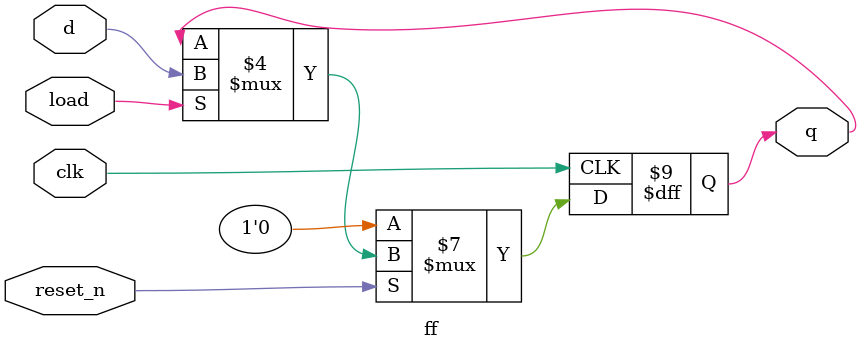
<source format=v>
module ff #(
    parameter WIDTH = 1  
)(
    input wire clk,         
    input wire reset_n,       
    input wire load,       
    input wire [WIDTH-1:0] d, 
    output reg [WIDTH-1:0] q   
);


  always @(posedge clk) begin
  if (!reset_n) 
        q <= 0; 
    else if (load) 
        q <= d; 
    else q <= q;
end

endmodule

</source>
